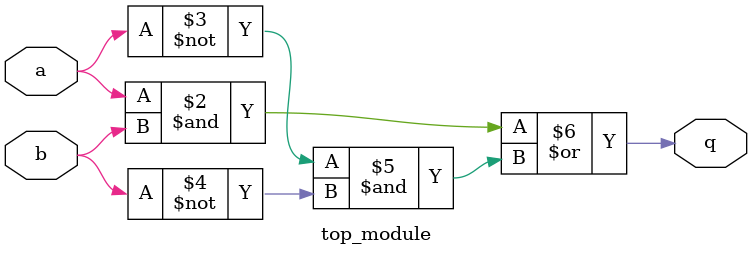
<source format=sv>
module top_module (
    input a, 
    input b, 
    output q
);

always @(*) begin
    q = (a & b) | (~a & ~b);
end

endmodule

</source>
